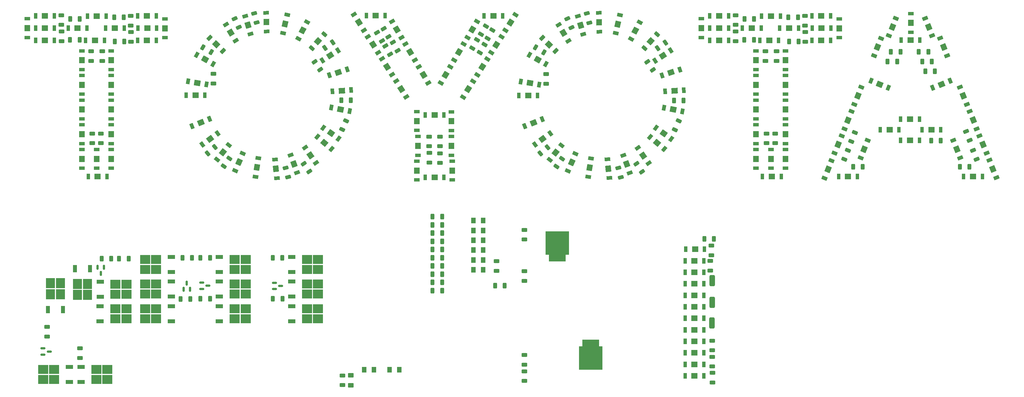
<source format=gbr>
%TF.GenerationSoftware,KiCad,Pcbnew,(6.0.0)*%
%TF.CreationDate,2022-05-14T17:25:00-07:00*%
%TF.ProjectId,Stencil,5374656e-6369-46c2-9e6b-696361645f70,rev?*%
%TF.SameCoordinates,Original*%
%TF.FileFunction,Paste,Top*%
%TF.FilePolarity,Positive*%
%FSLAX46Y46*%
G04 Gerber Fmt 4.6, Leading zero omitted, Abs format (unit mm)*
G04 Created by KiCad (PCBNEW (6.0.0)) date 2022-05-14 17:25:00*
%MOMM*%
%LPD*%
G01*
G04 APERTURE LIST*
G04 Aperture macros list*
%AMRoundRect*
0 Rectangle with rounded corners*
0 $1 Rounding radius*
0 $2 $3 $4 $5 $6 $7 $8 $9 X,Y pos of 4 corners*
0 Add a 4 corners polygon primitive as box body*
4,1,4,$2,$3,$4,$5,$6,$7,$8,$9,$2,$3,0*
0 Add four circle primitives for the rounded corners*
1,1,$1+$1,$2,$3*
1,1,$1+$1,$4,$5*
1,1,$1+$1,$6,$7*
1,1,$1+$1,$8,$9*
0 Add four rect primitives between the rounded corners*
20,1,$1+$1,$2,$3,$4,$5,0*
20,1,$1+$1,$4,$5,$6,$7,0*
20,1,$1+$1,$6,$7,$8,$9,0*
20,1,$1+$1,$8,$9,$2,$3,0*%
%AMRotRect*
0 Rectangle, with rotation*
0 The origin of the aperture is its center*
0 $1 length*
0 $2 width*
0 $3 Rotation angle, in degrees counterclockwise*
0 Add horizontal line*
21,1,$1,$2,0,0,$3*%
%AMFreePoly0*
4,1,21,3.042426,3.042426,3.060000,3.000000,3.060000,-4.000000,3.042426,-4.042426,3.000000,-4.060000,2.060000,-4.060000,2.060000,-6.000000,2.042426,-6.042426,2.000000,-6.060000,-3.000000,-6.060000,-3.042426,-6.042426,-3.060000,-6.000000,-3.060000,-4.060000,-4.000000,-4.060000,-4.042426,-4.042426,-4.060000,-4.000000,-4.060000,3.000000,-4.042426,3.042426,-4.000000,3.060000,3.000000,3.060000,
3.042426,3.042426,3.042426,3.042426,$1*%
G04 Aperture macros list end*
%ADD10RoundRect,0.150000X-0.587500X-0.150000X0.587500X-0.150000X0.587500X0.150000X-0.587500X0.150000X0*%
%ADD11RotRect,1.900000X1.700000X168.900000*%
%ADD12RotRect,1.100000X1.700000X168.900000*%
%ADD13RoundRect,0.250000X-0.625000X0.312500X-0.625000X-0.312500X0.625000X-0.312500X0.625000X0.312500X0*%
%ADD14FreePoly0,0.000000*%
%ADD15RotRect,1.900000X1.700000X242.400000*%
%ADD16RotRect,1.100000X1.700000X242.400000*%
%ADD17R,3.050000X2.750000*%
%ADD18R,2.200000X1.200000*%
%ADD19R,1.900000X1.700000*%
%ADD20R,1.100000X1.700000*%
%ADD21RotRect,1.900000X1.700000X183.600000*%
%ADD22RotRect,1.100000X1.700000X183.600000*%
%ADD23RoundRect,0.425000X0.425000X-1.275000X0.425000X1.275000X-0.425000X1.275000X-0.425000X-1.275000X0*%
%ADD24RoundRect,0.250000X-0.312500X-0.625000X0.312500X-0.625000X0.312500X0.625000X-0.312500X0.625000X0*%
%ADD25RotRect,1.900000X1.700000X248.000000*%
%ADD26RotRect,1.100000X1.700000X248.000000*%
%ADD27RoundRect,0.250000X-0.583133X-0.385016X-0.041867X-0.697516X0.583133X0.385016X0.041867X0.697516X0*%
%ADD28R,1.700000X1.900000*%
%ADD29R,1.700000X1.100000*%
%ADD30RotRect,1.900000X1.700000X144.200000*%
%ADD31RotRect,1.100000X1.700000X144.200000*%
%ADD32RotRect,1.900000X1.700000X59.500000*%
%ADD33RotRect,1.100000X1.700000X59.500000*%
%ADD34RotRect,1.900000X1.700000X315.900000*%
%ADD35RotRect,1.100000X1.700000X315.900000*%
%ADD36RoundRect,0.250000X0.312500X0.625000X-0.312500X0.625000X-0.312500X-0.625000X0.312500X-0.625000X0*%
%ADD37RotRect,1.900000X1.700000X122.500000*%
%ADD38RotRect,1.100000X1.700000X122.500000*%
%ADD39RoundRect,0.250000X0.625000X-0.312500X0.625000X0.312500X-0.625000X0.312500X-0.625000X-0.312500X0*%
%ADD40RoundRect,0.250000X-0.379912X0.586471X-0.697124X0.047952X0.379912X-0.586471X0.697124X-0.047952X0*%
%ADD41RotRect,1.900000X1.700000X66.000000*%
%ADD42RotRect,1.100000X1.700000X66.000000*%
%ADD43RotRect,1.900000X1.700000X158.000000*%
%ADD44RotRect,1.100000X1.700000X158.000000*%
%ADD45RoundRect,0.250000X0.691213X0.102500X0.332727X0.614470X-0.691213X-0.102500X-0.332727X-0.614470X0*%
%ADD46FreePoly0,180.000000*%
%ADD47RotRect,1.900000X1.700000X124.800000*%
%ADD48RotRect,1.100000X1.700000X124.800000*%
%ADD49RoundRect,0.150000X-0.150000X0.587500X-0.150000X-0.587500X0.150000X-0.587500X0.150000X0.587500X0*%
%ADD50RotRect,1.900000X1.700000X198.300000*%
%ADD51RotRect,1.100000X1.700000X198.300000*%
%ADD52RotRect,1.900000X1.700000X95.400000*%
%ADD53RotRect,1.100000X1.700000X95.400000*%
%ADD54RotRect,1.900000X1.700000X110.100000*%
%ADD55RotRect,1.100000X1.700000X110.100000*%
%ADD56RoundRect,0.250000X-0.434374X0.547358X-0.698511X-0.019085X0.434374X-0.547358X0.698511X0.019085X0*%
%ADD57RoundRect,0.250000X-0.698511X0.019085X-0.434374X-0.547358X0.698511X-0.019085X0.434374X0.547358X0*%
%ADD58RoundRect,0.250000X0.379912X-0.586471X0.697124X-0.047952X-0.379912X0.586471X-0.697124X0.047952X0*%
%ADD59RoundRect,0.250001X0.462499X0.624999X-0.462499X0.624999X-0.462499X-0.624999X0.462499X-0.624999X0*%
%ADD60RoundRect,0.250000X0.462425X-0.523874X0.696554X0.055616X-0.462425X0.523874X-0.696554X-0.055616X0*%
%ADD61RotRect,1.900000X1.700000X112.000000*%
%ADD62RotRect,1.100000X1.700000X112.000000*%
%ADD63RotRect,1.900000X1.700000X51.300000*%
%ADD64RotRect,1.100000X1.700000X51.300000*%
%ADD65RotRect,1.900000X1.700000X271.800000*%
%ADD66RotRect,1.100000X1.700000X271.800000*%
%ADD67RotRect,1.900000X1.700000X301.200000*%
%ADD68RotRect,1.100000X1.700000X301.200000*%
%ADD69RoundRect,0.250000X-0.102500X0.691213X-0.614470X0.332727X0.102500X-0.691213X0.614470X-0.332727X0*%
%ADD70RoundRect,0.250000X0.684585X-0.140090X0.522823X0.463614X-0.684585X0.140090X-0.522823X-0.463614X0*%
%ADD71RoundRect,0.250000X-0.697124X-0.047952X-0.379912X-0.586471X0.697124X0.047952X0.379912X0.586471X0*%
%ADD72RotRect,1.900000X1.700000X292.000000*%
%ADD73RotRect,1.100000X1.700000X292.000000*%
%ADD74RotRect,1.900000X1.700000X257.100000*%
%ADD75RotRect,1.100000X1.700000X257.100000*%
%ADD76RotRect,1.900000X1.700000X36.600000*%
%ADD77RotRect,1.100000X1.700000X36.600000*%
%ADD78RotRect,1.900000X1.700000X330.600000*%
%ADD79RotRect,1.100000X1.700000X330.600000*%
%ADD80RotRect,1.900000X1.700000X120.500000*%
%ADD81RotRect,1.100000X1.700000X120.500000*%
%ADD82R,2.750000X3.050000*%
%ADD83R,1.200000X2.200000*%
%ADD84RoundRect,0.250000X0.162353X-0.679649X0.641131X-0.277907X-0.162353X0.679649X-0.641131X0.277907X0*%
%ADD85RotRect,1.900000X1.700000X57.500000*%
%ADD86RotRect,1.100000X1.700000X57.500000*%
%ADD87RoundRect,0.150000X0.150000X-0.587500X0.150000X0.587500X-0.150000X0.587500X-0.150000X-0.587500X0*%
%ADD88RotRect,1.900000X1.700000X350.300000*%
%ADD89RotRect,1.100000X1.700000X350.300000*%
%ADD90RoundRect,0.250000X-0.462425X0.523874X-0.696554X-0.055616X0.462425X-0.523874X0.696554X0.055616X0*%
%ADD91RotRect,1.900000X1.700000X213.000000*%
%ADD92RotRect,1.100000X1.700000X213.000000*%
%ADD93RotRect,1.900000X1.700000X286.500000*%
%ADD94RotRect,1.100000X1.700000X286.500000*%
%ADD95RoundRect,0.250000X-0.696554X0.055616X-0.462425X-0.523874X0.696554X-0.055616X0.462425X0.523874X0*%
%ADD96RotRect,1.900000X1.700000X21.900000*%
%ADD97RotRect,1.100000X1.700000X21.900000*%
%ADD98RoundRect,0.250000X0.697124X0.047952X0.379912X0.586471X-0.697124X-0.047952X-0.379912X-0.586471X0*%
%ADD99RotRect,1.900000X1.700000X80.700000*%
%ADD100RotRect,1.100000X1.700000X80.700000*%
%ADD101RotRect,1.900000X1.700000X68.000000*%
%ADD102RotRect,1.100000X1.700000X68.000000*%
%ADD103RoundRect,0.250000X0.332727X-0.614470X0.691213X-0.102500X-0.332727X0.614470X-0.691213X0.102500X0*%
%ADD104RotRect,1.900000X1.700000X227.700000*%
%ADD105RotRect,1.100000X1.700000X227.700000*%
%ADD106RotRect,1.900000X1.700000X22.000000*%
%ADD107RotRect,1.100000X1.700000X22.000000*%
%ADD108RoundRect,0.250000X0.696554X-0.055616X0.462425X0.523874X-0.696554X0.055616X-0.462425X-0.523874X0*%
%ADD109RoundRect,0.250000X-0.691213X-0.102500X-0.332727X-0.614470X0.691213X0.102500X0.332727X0.614470X0*%
%ADD110RoundRect,0.250001X-0.624999X0.462499X-0.624999X-0.462499X0.624999X-0.462499X0.624999X0.462499X0*%
%ADD111RotRect,1.900000X1.700000X139.500000*%
%ADD112RotRect,1.100000X1.700000X139.500000*%
G04 APERTURE END LIST*
D10*
%TO.C,Q4*%
X31672500Y-132342976D03*
X31672500Y-134242976D03*
X33547500Y-133292976D03*
%TD*%
D11*
%TO.C,D43*%
X122093762Y-59626590D03*
D12*
X124890446Y-60175278D03*
X119297078Y-59077902D03*
%TD*%
D13*
%TO.C,R43*%
X184570000Y-48907500D03*
X184570000Y-51832500D03*
%TD*%
D14*
%TO.C,Q41*%
X188460000Y-99792976D03*
%TD*%
D13*
%TO.C,R29*%
X149030000Y-72900476D03*
X149030000Y-75825476D03*
%TD*%
D15*
%TO.C,D77*%
X211658337Y-35681970D03*
D16*
X212978731Y-33156290D03*
X210337943Y-38207650D03*
%TD*%
D17*
%TO.C,Q3*%
X51235000Y-141817976D03*
X47885000Y-138767976D03*
X51235000Y-138767976D03*
X47885000Y-141817976D03*
D18*
X43260000Y-138012976D03*
X43260000Y-142572976D03*
%TD*%
D19*
%TO.C,D73*%
X179100000Y-55400000D03*
D20*
X181950000Y-55400000D03*
X176250000Y-55400000D03*
%TD*%
D13*
%TO.C,R73*%
X235060000Y-139750476D03*
X235060000Y-142675476D03*
%TD*%
%TO.C,R5*%
X46280000Y-42000476D03*
X46280000Y-44925476D03*
%TD*%
D19*
%TO.C,D152*%
X229610000Y-137192976D03*
D20*
X232460000Y-137192976D03*
X226760000Y-137192976D03*
%TD*%
D21*
%TO.C,D79*%
X223556095Y-54002911D03*
D22*
X226400471Y-53823958D03*
X220711719Y-54181864D03*
%TD*%
D23*
%TO.C,amb-*%
X234960000Y-124617976D03*
%TD*%
D24*
%TO.C,R138*%
X101517500Y-117272976D03*
X104442500Y-117272976D03*
%TD*%
D25*
%TO.C,D141*%
X281192371Y-71735450D03*
D26*
X282260000Y-69092976D03*
X280124742Y-74377924D03*
%TD*%
D24*
%TO.C,R100*%
X150017500Y-114772976D03*
X152942500Y-114772976D03*
%TD*%
D27*
%TO.C,R13*%
X80220758Y-40754405D03*
X82753883Y-42216905D03*
%TD*%
D28*
%TO.C,D12*%
X52360000Y-52192976D03*
D29*
X52360000Y-55042976D03*
X52360000Y-49342976D03*
%TD*%
D19*
%TO.C,D112*%
X268135000Y-31192976D03*
D20*
X265285000Y-31192976D03*
X270985000Y-31192976D03*
%TD*%
D25*
%TO.C,D136*%
X276266295Y-62927917D03*
D26*
X277333924Y-60285443D03*
X275198666Y-65570391D03*
%TD*%
D30*
%TO.C,D32*%
X119160000Y-66892976D03*
D31*
X121471532Y-68560105D03*
X116848468Y-65225847D03*
%TD*%
D32*
%TO.C,D56*%
X162077098Y-35351267D03*
D33*
X160630614Y-37806910D03*
X163523582Y-32895624D03*
%TD*%
D34*
%TO.C,D86*%
X185371690Y-39915940D03*
D35*
X183325030Y-37932589D03*
X187418350Y-41899291D03*
%TD*%
D36*
%TO.C,R129*%
X82402500Y-104812976D03*
X79477500Y-104812976D03*
%TD*%
D28*
%TO.C,D20*%
X43460000Y-74692976D03*
D29*
X43460000Y-71842976D03*
X43460000Y-77542976D03*
%TD*%
D36*
%TO.C,R46*%
X226292500Y-56920000D03*
X223367500Y-56920000D03*
%TD*%
D37*
%TO.C,D62*%
X140527093Y-53436442D03*
D38*
X142058397Y-55840108D03*
X138995789Y-51032776D03*
%TD*%
D39*
%TO.C,R50*%
X263215000Y-34135476D03*
X263215000Y-31210476D03*
%TD*%
D19*
%TO.C,D111*%
X268135000Y-38692976D03*
D20*
X270985000Y-38692976D03*
X265285000Y-38692976D03*
%TD*%
D40*
%TO.C,R33*%
X165860000Y-39892976D03*
X164375450Y-42413241D03*
%TD*%
D19*
%TO.C,D113*%
X247035000Y-34892976D03*
D20*
X249885000Y-34892976D03*
X244185000Y-34892976D03*
%TD*%
D27*
%TO.C,R37*%
X181310758Y-40811429D03*
X183843883Y-42273929D03*
%TD*%
D41*
%TO.C,D35*%
X91210110Y-75669362D03*
D42*
X90050911Y-78272967D03*
X92369309Y-73065757D03*
%TD*%
D28*
%TO.C,D132*%
X295360000Y-33342976D03*
D29*
X295360000Y-36192976D03*
X295360000Y-30492976D03*
%TD*%
D43*
%TO.C,D134*%
X285911845Y-52025347D03*
D44*
X288554319Y-53092976D03*
X283269371Y-50957718D03*
%TD*%
D45*
%TO.C,R47*%
X213661001Y-78593098D03*
X211983290Y-76197079D03*
%TD*%
D46*
%TO.C,Q42*%
X197560000Y-135792976D03*
%TD*%
D47*
%TO.C,D81*%
X214048377Y-73670570D03*
D48*
X215674911Y-76010845D03*
X212421843Y-71330295D03*
%TD*%
D25*
%TO.C,D135*%
X270216398Y-77901937D03*
D26*
X271284027Y-75259463D03*
X269148769Y-80544411D03*
%TD*%
D24*
%TO.C,R69*%
X298817500Y-45092976D03*
X301742500Y-45092976D03*
%TD*%
D13*
%TO.C,R58*%
X254155000Y-67000476D03*
X254155000Y-69925476D03*
%TD*%
D39*
%TO.C,R74*%
X235020000Y-132935476D03*
X235020000Y-130010476D03*
%TD*%
D49*
%TO.C,Q24*%
X50160000Y-107655476D03*
X48260000Y-107655476D03*
X49210000Y-109530476D03*
%TD*%
D21*
%TO.C,D31*%
X122466095Y-53945887D03*
D22*
X125310471Y-53766934D03*
X119621719Y-54124840D03*
%TD*%
D50*
%TO.C,D90*%
X222474717Y-48413668D03*
D51*
X225180580Y-47518790D03*
X219768854Y-49308546D03*
%TD*%
D24*
%TO.C,R131*%
X150017500Y-112272976D03*
X152942500Y-112272976D03*
%TD*%
D52*
%TO.C,D34*%
X102460000Y-77692976D03*
D53*
X102728209Y-80530328D03*
X102191791Y-74855624D03*
%TD*%
D13*
%TO.C,R56*%
X263255000Y-36150476D03*
X263255000Y-39075476D03*
%TD*%
D54*
%TO.C,D93*%
X208996428Y-76294847D03*
D55*
X209975858Y-78971266D03*
X208016998Y-73618428D03*
%TD*%
D56*
%TO.C,R40*%
X224877753Y-63151103D03*
X223641595Y-65802054D03*
%TD*%
D24*
%TO.C,R139*%
X169017500Y-113272976D03*
X171942500Y-113272976D03*
%TD*%
D57*
%TO.C,R44*%
X191008499Y-32084199D03*
X192244658Y-34735149D03*
%TD*%
D19*
%TO.C,D14*%
X32260000Y-31192976D03*
D20*
X35110000Y-31192976D03*
X29410000Y-31192976D03*
%TD*%
D58*
%TO.C,R27*%
X166760643Y-38075725D03*
X168245193Y-35555460D03*
%TD*%
D59*
%TO.C,D208*%
X165435000Y-99452976D03*
X162460000Y-99452976D03*
%TD*%
D60*
%TO.C,R68*%
X277260000Y-69422947D03*
X278355725Y-66710934D03*
%TD*%
D61*
%TO.C,D127*%
X317311893Y-70322804D03*
D62*
X318379522Y-72965278D03*
X316244264Y-67680330D03*
%TD*%
D24*
%TO.C,R49*%
X244792500Y-32172976D03*
X247717500Y-32172976D03*
%TD*%
D17*
%TO.C,Q31*%
X66035000Y-123317976D03*
X66035000Y-120267976D03*
X62685000Y-120267976D03*
X62685000Y-123317976D03*
D18*
X70660000Y-124072976D03*
X70660000Y-119512976D03*
%TD*%
D63*
%TO.C,D47*%
X86348351Y-72707553D03*
D64*
X84566409Y-74931780D03*
X88130293Y-70483326D03*
%TD*%
D65*
%TO.C,D28*%
X99561111Y-33103955D03*
D66*
X99471590Y-30255361D03*
X99650632Y-35952549D03*
%TD*%
D25*
%TO.C,D123*%
X273269442Y-70345388D03*
D26*
X274337071Y-67702914D03*
X272201813Y-72987862D03*
%TD*%
D13*
%TO.C,R55*%
X242155000Y-35950476D03*
X242155000Y-38875476D03*
%TD*%
D39*
%TO.C,R143*%
X177960000Y-99217976D03*
X177960000Y-96292976D03*
%TD*%
D67*
%TO.C,D27*%
X88733899Y-36311121D03*
D68*
X87257522Y-33873333D03*
X90210276Y-38748909D03*
%TD*%
D19*
%TO.C,D17*%
X42160000Y-34892976D03*
D20*
X45010000Y-34892976D03*
X39310000Y-34892976D03*
%TD*%
D19*
%TO.C,D7*%
X48260000Y-80092976D03*
D20*
X45410000Y-80092976D03*
X51110000Y-80092976D03*
%TD*%
D32*
%TO.C,D68*%
X158016791Y-42244300D03*
D33*
X156570307Y-44699943D03*
X159463275Y-39788657D03*
%TD*%
D67*
%TO.C,D75*%
X189823899Y-36368145D03*
D68*
X188347522Y-33930357D03*
X191300276Y-38805933D03*
%TD*%
D15*
%TO.C,D29*%
X110568337Y-35624946D03*
D16*
X111888731Y-33099266D03*
X109247943Y-38150626D03*
%TD*%
D69*
%TO.C,R45*%
X220793098Y-39338999D03*
X218397079Y-41016710D03*
%TD*%
D56*
%TO.C,R16*%
X123787753Y-63094079D03*
X122551595Y-65745030D03*
%TD*%
D13*
%TO.C,R19*%
X83480000Y-48850476D03*
X83480000Y-51775476D03*
%TD*%
D28*
%TO.C,D8*%
X48010000Y-74692976D03*
D29*
X48010000Y-77542976D03*
X48010000Y-71842976D03*
%TD*%
D36*
%TO.C,R11*%
X42802500Y-38512976D03*
X39877500Y-38512976D03*
%TD*%
D70*
%TO.C,R17*%
X106114028Y-80241500D03*
X105356982Y-77416167D03*
%TD*%
D13*
%TO.C,R4*%
X46605000Y-67000476D03*
X46605000Y-69925476D03*
%TD*%
D28*
%TO.C,D99*%
X273635000Y-34992976D03*
D29*
X273635000Y-32142976D03*
X273635000Y-37842976D03*
%TD*%
D13*
%TO.C,R7*%
X37280000Y-35950476D03*
X37280000Y-38875476D03*
%TD*%
D19*
%TO.C,D63*%
X132760000Y-31092976D03*
D20*
X135610000Y-31092976D03*
X129910000Y-31092976D03*
%TD*%
D28*
%TO.C,D119*%
X257235000Y-44692976D03*
D29*
X257235000Y-47542976D03*
X257235000Y-41842976D03*
%TD*%
D19*
%TO.C,D101*%
X252885000Y-31292976D03*
D20*
X250035000Y-31292976D03*
X255735000Y-31292976D03*
%TD*%
D11*
%TO.C,D91*%
X223183762Y-59683614D03*
D12*
X225980446Y-60232302D03*
X220387078Y-59134926D03*
%TD*%
D71*
%TO.C,R31*%
X135660000Y-40392976D03*
X137144550Y-42913241D03*
%TD*%
D28*
%TO.C,D106*%
X248335000Y-52192976D03*
D29*
X248335000Y-55042976D03*
X248335000Y-49342976D03*
%TD*%
D24*
%TO.C,R119*%
X150017500Y-92272976D03*
X152942500Y-92272976D03*
%TD*%
%TO.C,R123*%
X74017500Y-104772976D03*
X76942500Y-104772976D03*
%TD*%
D72*
%TO.C,D140*%
X314315040Y-62905333D03*
D73*
X313247411Y-60262859D03*
X315382669Y-65547807D03*
%TD*%
D36*
%TO.C,R65*%
X304452500Y-69112976D03*
X301527500Y-69112976D03*
%TD*%
D17*
%TO.C,Q39*%
X111885000Y-123317976D03*
X115235000Y-123317976D03*
X111885000Y-120267976D03*
X115235000Y-120267976D03*
D18*
X107260000Y-119512976D03*
X107260000Y-124072976D03*
%TD*%
D74*
%TO.C,D88*%
X206317315Y-33711563D03*
D75*
X206953578Y-30933494D03*
X205681052Y-36489632D03*
%TD*%
D59*
%TO.C,D209*%
X165435000Y-102452976D03*
X162460000Y-102452976D03*
%TD*%
D76*
%TO.C,D36*%
X82397311Y-68608979D03*
D77*
X80109281Y-70308220D03*
X84685341Y-66909738D03*
%TD*%
D36*
%TO.C,R67*%
X292202500Y-42112976D03*
X289277500Y-42112976D03*
%TD*%
D28*
%TO.C,D115*%
X257235000Y-74692976D03*
D29*
X257235000Y-77542976D03*
X257235000Y-71842976D03*
%TD*%
D28*
%TO.C,D60*%
X156010000Y-78242976D03*
D29*
X156010000Y-75392976D03*
X156010000Y-81092976D03*
%TD*%
D19*
%TO.C,D148*%
X229610000Y-126692976D03*
D20*
X226760000Y-126692976D03*
X232460000Y-126692976D03*
%TD*%
D70*
%TO.C,R41*%
X207204028Y-80298524D03*
X206446982Y-77473191D03*
%TD*%
D39*
%TO.C,R124*%
X122690000Y-143485476D03*
X122690000Y-140560476D03*
%TD*%
D19*
%TO.C,D110*%
X237135000Y-31192976D03*
D20*
X239985000Y-31192976D03*
X234285000Y-31192976D03*
%TD*%
D28*
%TO.C,D105*%
X248335000Y-67192976D03*
D29*
X248335000Y-70042976D03*
X248335000Y-64342976D03*
%TD*%
D17*
%TO.C,Q20*%
X53685000Y-112792976D03*
X53685000Y-115842976D03*
X57035000Y-112792976D03*
X57035000Y-115842976D03*
D18*
X49060000Y-112037976D03*
X49060000Y-116597976D03*
%TD*%
D19*
%TO.C,D2*%
X32260000Y-34942976D03*
D20*
X29410000Y-34942976D03*
X35110000Y-34942976D03*
%TD*%
D59*
%TO.C,D214*%
X139947500Y-138792976D03*
X136972500Y-138792976D03*
%TD*%
D72*
%TO.C,D139*%
X320308746Y-77740275D03*
D73*
X319241117Y-75097801D03*
X321376375Y-80382749D03*
%TD*%
D19*
%TO.C,D5*%
X48010000Y-31292976D03*
D20*
X45160000Y-31292976D03*
X50860000Y-31292976D03*
%TD*%
D28*
%TO.C,D22*%
X43460000Y-59692976D03*
D29*
X43460000Y-62542976D03*
X43460000Y-56842976D03*
%TD*%
D78*
%TO.C,D26*%
X80875493Y-44420367D03*
D79*
X78392534Y-43021291D03*
X83358452Y-45819443D03*
%TD*%
D28*
%TO.C,D24*%
X52360000Y-59692976D03*
D29*
X52360000Y-62542976D03*
X52360000Y-56842976D03*
%TD*%
D13*
%TO.C,R76*%
X235030000Y-134892976D03*
X235030000Y-137817976D03*
%TD*%
D24*
%TO.C,R112*%
X150017500Y-94772976D03*
X152942500Y-94772976D03*
%TD*%
D39*
%TO.C,R30*%
X152260000Y-70842976D03*
X152260000Y-67917976D03*
%TD*%
D80*
%TO.C,D64*%
X143253209Y-42244299D03*
D81*
X144699693Y-44699942D03*
X141806725Y-39788656D03*
%TD*%
D82*
%TO.C,Q2*%
X33935000Y-115867976D03*
X36985000Y-112517976D03*
X36985000Y-115867976D03*
X33935000Y-112517976D03*
D83*
X33180000Y-120492976D03*
X37740000Y-120492976D03*
%TD*%
D24*
%TO.C,R1*%
X39917500Y-32172976D03*
X42842500Y-32172976D03*
%TD*%
D39*
%TO.C,R97*%
X42940000Y-135235476D03*
X42940000Y-132310476D03*
%TD*%
D28*
%TO.C,D108*%
X257235000Y-52192976D03*
D29*
X257235000Y-55042976D03*
X257235000Y-49342976D03*
%TD*%
D24*
%TO.C,R104*%
X150017500Y-99772976D03*
X152942500Y-99772976D03*
%TD*%
D28*
%TO.C,D21*%
X43460000Y-44692976D03*
D29*
X43460000Y-47542976D03*
X43460000Y-41842976D03*
%TD*%
D24*
%TO.C,R128*%
X150017500Y-109772976D03*
X152942500Y-109772976D03*
%TD*%
D36*
%TO.C,R6*%
X56402500Y-39012976D03*
X53477500Y-39012976D03*
%TD*%
D84*
%TO.C,R42*%
X182732125Y-73061900D03*
X184972805Y-71181746D03*
%TD*%
D52*
%TO.C,D82*%
X203460000Y-77667976D03*
D53*
X203728209Y-80505328D03*
X203191791Y-74830624D03*
%TD*%
D28*
%TO.C,D117*%
X248335000Y-44692976D03*
D29*
X248335000Y-47542976D03*
X248335000Y-41842976D03*
%TD*%
D28*
%TO.C,D19*%
X52360000Y-74692976D03*
D29*
X52360000Y-77542976D03*
X52360000Y-71842976D03*
%TD*%
D19*
%TO.C,D13*%
X32260000Y-38692976D03*
D20*
X29410000Y-38692976D03*
X35110000Y-38692976D03*
%TD*%
D80*
%TO.C,D52*%
X139192902Y-35351266D03*
D81*
X140639386Y-37806909D03*
X137746418Y-32895623D03*
%TD*%
D36*
%TO.C,R51*%
X261077500Y-31612976D03*
X258152500Y-31612976D03*
%TD*%
D58*
%TO.C,R28*%
X164760643Y-36825725D03*
X166245193Y-34305460D03*
%TD*%
D13*
%TO.C,R75*%
X234780000Y-101067976D03*
X234780000Y-103992976D03*
%TD*%
D61*
%TO.C,D126*%
X305324482Y-40652920D03*
D62*
X306392111Y-43295394D03*
X304256853Y-38010446D03*
%TD*%
D85*
%TO.C,D65*%
X169430299Y-39993773D03*
D86*
X167898995Y-42397439D03*
X170961603Y-37590107D03*
%TD*%
D57*
%TO.C,R20*%
X89918499Y-32027175D03*
X91154658Y-34678125D03*
%TD*%
D28*
%TO.C,D57*%
X145260000Y-63182976D03*
D29*
X145260000Y-60332976D03*
X145260000Y-66032976D03*
%TD*%
D17*
%TO.C,Q35*%
X89885000Y-123317976D03*
X93235000Y-123317976D03*
X89885000Y-120267976D03*
X93235000Y-120267976D03*
D18*
X85260000Y-119512976D03*
X85260000Y-124072976D03*
%TD*%
D87*
%TO.C,Q32*%
X74410000Y-114380476D03*
X76310000Y-114380476D03*
X75360000Y-112505476D03*
%TD*%
D59*
%TO.C,D210*%
X165435000Y-105452976D03*
X162460000Y-105452976D03*
%TD*%
D88*
%TO.C,D37*%
X78560000Y-51592976D03*
D89*
X75750745Y-51112781D03*
X81369255Y-52073171D03*
%TD*%
D10*
%TO.C,Q36*%
X79922500Y-112342976D03*
X79922500Y-114242976D03*
X81797500Y-113292976D03*
%TD*%
D85*
%TO.C,D54*%
X173728696Y-33246642D03*
D86*
X172197392Y-35650308D03*
X175260000Y-30842976D03*
%TD*%
D90*
%TO.C,R62*%
X276260000Y-72092976D03*
X275164275Y-74804989D03*
%TD*%
D19*
%TO.C,D153*%
X229610000Y-116192976D03*
D20*
X226760000Y-116192976D03*
X232460000Y-116192976D03*
%TD*%
D45*
%TO.C,R23*%
X112571001Y-78536074D03*
X110893290Y-76140055D03*
%TD*%
D91*
%TO.C,D30*%
X118920420Y-43224757D03*
D92*
X121310631Y-41672536D03*
X116530209Y-44776978D03*
%TD*%
D39*
%TO.C,R9*%
X37240000Y-33935476D03*
X37240000Y-31010476D03*
%TD*%
D13*
%TO.C,R52*%
X251480000Y-67000476D03*
X251480000Y-69925476D03*
%TD*%
D24*
%TO.C,R115*%
X54767500Y-105022976D03*
X57692500Y-105022976D03*
%TD*%
D17*
%TO.C,Q37*%
X111885000Y-108317976D03*
X115235000Y-105267976D03*
X115235000Y-108317976D03*
X111885000Y-105267976D03*
D18*
X107260000Y-104512976D03*
X107260000Y-109072976D03*
%TD*%
D28*
%TO.C,D11*%
X52360000Y-67192976D03*
D29*
X52360000Y-70042976D03*
X52360000Y-64342976D03*
%TD*%
D28*
%TO.C,D59*%
X155760000Y-63242976D03*
D29*
X155760000Y-60392976D03*
X155760000Y-66092976D03*
%TD*%
D82*
%TO.C,Q23*%
X45210000Y-116067976D03*
X42160000Y-116067976D03*
X45210000Y-112717976D03*
X42160000Y-112717976D03*
D83*
X45965000Y-108092976D03*
X41405000Y-108092976D03*
%TD*%
D19*
%TO.C,D149*%
X229610000Y-112692976D03*
D20*
X232460000Y-112692976D03*
X226760000Y-112692976D03*
%TD*%
D28*
%TO.C,D58*%
X145260000Y-78242976D03*
D29*
X145260000Y-75392976D03*
X145260000Y-81092976D03*
%TD*%
D93*
%TO.C,D39*%
X93940659Y-34009237D03*
D94*
X93131215Y-31276601D03*
X94750103Y-36741873D03*
%TD*%
D19*
%TO.C,D4*%
X63360000Y-34942976D03*
D20*
X66210000Y-34942976D03*
X60510000Y-34942976D03*
%TD*%
D23*
%TO.C,7V+*%
X234995480Y-118302976D03*
%TD*%
D19*
%TO.C,D114*%
X258385000Y-34892976D03*
D20*
X261235000Y-34892976D03*
X255535000Y-34892976D03*
%TD*%
D24*
%TO.C,R126*%
X150017500Y-104772976D03*
X152942500Y-104772976D03*
%TD*%
D19*
%TO.C,D151*%
X229610000Y-130192976D03*
D20*
X226760000Y-130192976D03*
X232460000Y-130192976D03*
%TD*%
D19*
%TO.C,D98*%
X237135000Y-34942976D03*
D20*
X234285000Y-34942976D03*
X239985000Y-34942976D03*
%TD*%
D28*
%TO.C,D120*%
X257235000Y-59692976D03*
D29*
X257235000Y-62542976D03*
X257235000Y-56842976D03*
%TD*%
D19*
%TO.C,D144*%
X295110000Y-69092976D03*
D20*
X292260000Y-69092976D03*
X297960000Y-69092976D03*
%TD*%
D59*
%TO.C,D207*%
X165435000Y-96452976D03*
X162460000Y-96452976D03*
%TD*%
D19*
%TO.C,D103*%
X253135000Y-80092976D03*
D20*
X250285000Y-80092976D03*
X255985000Y-80092976D03*
%TD*%
D65*
%TO.C,D76*%
X200651111Y-33160979D03*
D66*
X200561590Y-30312385D03*
X200740632Y-36009573D03*
%TD*%
D36*
%TO.C,R125*%
X76402500Y-117312976D03*
X73477500Y-117312976D03*
%TD*%
D70*
%TO.C,R14*%
X96614028Y-33241500D03*
X95856982Y-30416167D03*
%TD*%
D59*
%TO.C,D211*%
X165435000Y-108452976D03*
X162460000Y-108452976D03*
%TD*%
D13*
%TO.C,R77*%
X234380000Y-105750476D03*
X234380000Y-108675476D03*
%TD*%
D19*
%TO.C,D145*%
X229610000Y-140692976D03*
D20*
X232460000Y-140692976D03*
X226760000Y-140692976D03*
%TD*%
D19*
%TO.C,D128*%
X314260000Y-80092976D03*
D20*
X317110000Y-80092976D03*
X311410000Y-80092976D03*
%TD*%
D19*
%TO.C,D72*%
X150660000Y-61342976D03*
D20*
X147810000Y-61342976D03*
X153510000Y-61342976D03*
%TD*%
D30*
%TO.C,D80*%
X220250000Y-66950000D03*
D31*
X222561532Y-68617129D03*
X217938468Y-65282871D03*
%TD*%
D19*
%TO.C,D69*%
X150660000Y-80342976D03*
D20*
X147810000Y-80342976D03*
X153510000Y-80342976D03*
%TD*%
D19*
%TO.C,D6*%
X47460000Y-38692976D03*
D20*
X50310000Y-38692976D03*
X44610000Y-38692976D03*
%TD*%
D84*
%TO.C,R18*%
X81642125Y-73004876D03*
X83882805Y-71124722D03*
%TD*%
D32*
%TO.C,D55*%
X153956484Y-49137333D03*
D33*
X152510000Y-51592976D03*
X155402968Y-46681690D03*
%TD*%
D17*
%TO.C,Q34*%
X89885000Y-115817976D03*
X93235000Y-115817976D03*
X89885000Y-112767976D03*
X93235000Y-112767976D03*
D18*
X85260000Y-112012976D03*
X85260000Y-116572976D03*
%TD*%
D19*
%TO.C,D155*%
X229810000Y-102192976D03*
D20*
X226960000Y-102192976D03*
X232660000Y-102192976D03*
%TD*%
D50*
%TO.C,D42*%
X121384717Y-48356644D03*
D51*
X124090580Y-47461766D03*
X118678854Y-49251522D03*
%TD*%
D95*
%TO.C,R64*%
X314260000Y-72092976D03*
X315355724Y-74804989D03*
%TD*%
D24*
%TO.C,R120*%
X150017500Y-102272976D03*
X152942500Y-102272976D03*
%TD*%
D39*
%TO.C,R142*%
X169440000Y-108735476D03*
X169440000Y-105810476D03*
%TD*%
D19*
%TO.C,D109*%
X237135000Y-38692976D03*
D20*
X234285000Y-38692976D03*
X239985000Y-38692976D03*
%TD*%
D28*
%TO.C,D1*%
X26860000Y-34942976D03*
D29*
X26860000Y-32092976D03*
X26860000Y-37792976D03*
%TD*%
D17*
%TO.C,Q38*%
X111885000Y-112767976D03*
X111885000Y-115817976D03*
X115235000Y-112767976D03*
X115235000Y-115817976D03*
D18*
X107260000Y-112012976D03*
X107260000Y-116572976D03*
%TD*%
D96*
%TO.C,D48*%
X79615643Y-63641954D03*
D97*
X76971310Y-64704969D03*
X82259976Y-62578939D03*
%TD*%
D28*
%TO.C,D104*%
X252885000Y-74692976D03*
D29*
X252885000Y-77542976D03*
X252885000Y-71842976D03*
%TD*%
D85*
%TO.C,D53*%
X165131902Y-46740905D03*
D86*
X163600598Y-49144571D03*
X166663206Y-44337239D03*
%TD*%
D19*
%TO.C,D15*%
X63260000Y-38692976D03*
D20*
X66110000Y-38692976D03*
X60410000Y-38692976D03*
%TD*%
D98*
%TO.C,R32*%
X134660000Y-38792976D03*
X133175450Y-36272711D03*
%TD*%
%TO.C,R25*%
X136660000Y-37592976D03*
X135175450Y-35072711D03*
%TD*%
D28*
%TO.C,D10*%
X43460000Y-52192976D03*
D29*
X43460000Y-55042976D03*
X43460000Y-49342976D03*
%TD*%
D40*
%TO.C,R34*%
X163560000Y-38492976D03*
X162075450Y-41013241D03*
%TD*%
D28*
%TO.C,D97*%
X231735000Y-34942976D03*
D29*
X231735000Y-32092976D03*
X231735000Y-37792976D03*
%TD*%
D28*
%TO.C,D116*%
X248335000Y-74692976D03*
D29*
X248335000Y-71842976D03*
X248335000Y-77542976D03*
%TD*%
D99*
%TO.C,D94*%
X197754315Y-77357540D03*
D100*
X197293744Y-80170079D03*
X198214886Y-74545001D03*
%TD*%
D13*
%TO.C,R10*%
X49280000Y-67000476D03*
X49280000Y-69925476D03*
%TD*%
D47*
%TO.C,D33*%
X112958377Y-73613546D03*
D48*
X114584911Y-75953821D03*
X111331843Y-71273271D03*
%TD*%
D19*
%TO.C,D154*%
X229610000Y-123192976D03*
D20*
X232460000Y-123192976D03*
X226760000Y-123192976D03*
%TD*%
D101*
%TO.C,D121*%
X279263147Y-55510447D03*
D102*
X278195518Y-58152921D03*
X280330776Y-52867973D03*
%TD*%
D24*
%TO.C,R130*%
X79517500Y-117272976D03*
X82442500Y-117272976D03*
%TD*%
D19*
%TO.C,D147*%
X229610000Y-119692976D03*
D20*
X232460000Y-119692976D03*
X226760000Y-119692976D03*
%TD*%
D72*
%TO.C,D143*%
X309327629Y-71735450D03*
D73*
X308260000Y-69092976D03*
X310395258Y-74377924D03*
%TD*%
D36*
%TO.C,R78*%
X235552500Y-99021155D03*
X232627500Y-99021155D03*
%TD*%
D24*
%TO.C,R117*%
X49467500Y-105022976D03*
X52392500Y-105022976D03*
%TD*%
D28*
%TO.C,D23*%
X52360000Y-44692976D03*
D29*
X52360000Y-47542976D03*
X52360000Y-41842976D03*
%TD*%
D37*
%TO.C,D61*%
X131930299Y-39942178D03*
D38*
X133461603Y-42345844D03*
X130398995Y-37538512D03*
%TD*%
D103*
%TO.C,R24*%
X86616233Y-76963131D03*
X88293944Y-74567112D03*
%TD*%
D88*
%TO.C,D85*%
X179650000Y-51650000D03*
D89*
X176840745Y-51169805D03*
X182459255Y-52130195D03*
%TD*%
D96*
%TO.C,D96*%
X180705643Y-63698978D03*
D97*
X178061310Y-64761993D03*
X183349976Y-62635963D03*
%TD*%
D39*
%TO.C,R57*%
X242115000Y-33935476D03*
X242115000Y-31010476D03*
%TD*%
D28*
%TO.C,D71*%
X155760000Y-70742976D03*
D29*
X155760000Y-67892976D03*
X155760000Y-73592976D03*
%TD*%
D17*
%TO.C,Q33*%
X93235000Y-105267976D03*
X89885000Y-105267976D03*
X89885000Y-108317976D03*
X93235000Y-108317976D03*
D18*
X85260000Y-104512976D03*
X85260000Y-109072976D03*
%TD*%
D101*
%TO.C,D122*%
X285256853Y-40675505D03*
D102*
X284189224Y-43317979D03*
X286324482Y-38033031D03*
%TD*%
D36*
%TO.C,R3*%
X56202500Y-31612976D03*
X53277500Y-31612976D03*
%TD*%
D24*
%TO.C,R127*%
X150017500Y-107272976D03*
X152942500Y-107272976D03*
%TD*%
D19*
%TO.C,D156*%
X229610000Y-109192976D03*
D20*
X232460000Y-109192976D03*
X226760000Y-109192976D03*
%TD*%
D104*
%TO.C,D89*%
X216324528Y-38943208D03*
D105*
X218242614Y-36835259D03*
X214406442Y-41051157D03*
%TD*%
D23*
%TO.C,wht-*%
X234985000Y-111751155D03*
%TD*%
D34*
%TO.C,D38*%
X84281690Y-39858916D03*
D35*
X82235030Y-37875565D03*
X86328350Y-41842267D03*
%TD*%
D36*
%TO.C,R137*%
X104402500Y-104812976D03*
X101477500Y-104812976D03*
%TD*%
D106*
%TO.C,D138*%
X304652474Y-52025347D03*
D107*
X302010000Y-53092976D03*
X307294948Y-50957718D03*
%TD*%
D19*
%TO.C,D16*%
X63260000Y-31192976D03*
D20*
X60410000Y-31192976D03*
X66110000Y-31192976D03*
%TD*%
D104*
%TO.C,D41*%
X115234528Y-38886184D03*
D105*
X117152614Y-36778235D03*
X113316442Y-40994133D03*
%TD*%
D17*
%TO.C,Q1*%
X35035000Y-138767976D03*
X35035000Y-141817976D03*
X31685000Y-138767976D03*
X31685000Y-141817976D03*
D18*
X39660000Y-142572976D03*
X39660000Y-138012976D03*
%TD*%
D93*
%TO.C,D87*%
X195030659Y-34066261D03*
D94*
X194221215Y-31333625D03*
X195840103Y-36798897D03*
%TD*%
D39*
%TO.C,R36*%
X149010000Y-70842976D03*
X149010000Y-67917976D03*
%TD*%
D19*
%TO.C,D102*%
X252335000Y-38692976D03*
D20*
X255185000Y-38692976D03*
X249485000Y-38692976D03*
%TD*%
D24*
%TO.C,R63*%
X299760000Y-48092976D03*
X302685000Y-48092976D03*
%TD*%
D108*
%TO.C,R70*%
X313260000Y-69092976D03*
X312164276Y-66380963D03*
%TD*%
D76*
%TO.C,D84*%
X183487311Y-68666003D03*
D77*
X181199281Y-70365244D03*
X185775341Y-66966762D03*
%TD*%
D109*
%TO.C,R39*%
X215288999Y-45206902D03*
X216966710Y-47602921D03*
%TD*%
D17*
%TO.C,Q28*%
X66035000Y-105267976D03*
X62685000Y-105267976D03*
X62685000Y-108317976D03*
X66035000Y-108317976D03*
D18*
X70660000Y-109072976D03*
X70660000Y-104512976D03*
%TD*%
D17*
%TO.C,Q29*%
X66035000Y-115817976D03*
X62685000Y-112767976D03*
X66035000Y-112767976D03*
X62685000Y-115817976D03*
D18*
X70660000Y-116572976D03*
X70660000Y-112012976D03*
%TD*%
D71*
%TO.C,R26*%
X137945108Y-39239925D03*
X139429658Y-41760190D03*
%TD*%
D41*
%TO.C,D83*%
X192300110Y-75726386D03*
D42*
X191140911Y-78329991D03*
X193459309Y-73122781D03*
%TD*%
D59*
%TO.C,D206*%
X165435000Y-93452976D03*
X162460000Y-93452976D03*
%TD*%
D69*
%TO.C,R21*%
X119703098Y-39281975D03*
X117307079Y-40959686D03*
%TD*%
D109*
%TO.C,R15*%
X114198999Y-45149878D03*
X115876710Y-47545897D03*
%TD*%
D37*
%TO.C,D50*%
X127631902Y-33195047D03*
D38*
X129163206Y-35598713D03*
X126100598Y-30791381D03*
%TD*%
D10*
%TO.C,Q40*%
X102022500Y-112392976D03*
X102022500Y-114292976D03*
X103897500Y-113342976D03*
%TD*%
D19*
%TO.C,D18*%
X53510000Y-34892976D03*
D20*
X56360000Y-34892976D03*
X50660000Y-34892976D03*
%TD*%
D19*
%TO.C,D67*%
X168510000Y-31217976D03*
D20*
X165660000Y-31217976D03*
X171360000Y-31217976D03*
%TD*%
D28*
%TO.C,D107*%
X257235000Y-67192976D03*
D29*
X257235000Y-70042976D03*
X257235000Y-64342976D03*
%TD*%
D36*
%TO.C,R72*%
X313185000Y-77092976D03*
X310260000Y-77092976D03*
%TD*%
D19*
%TO.C,D25*%
X78010000Y-55342976D03*
D20*
X80860000Y-55342976D03*
X75160000Y-55342976D03*
%TD*%
D39*
%TO.C,R2*%
X58340000Y-34135476D03*
X58340000Y-31210476D03*
%TD*%
D54*
%TO.C,D45*%
X107906428Y-76237823D03*
D55*
X108885858Y-78914242D03*
X106926998Y-73561404D03*
%TD*%
D36*
%TO.C,R59*%
X247677500Y-38512976D03*
X244752500Y-38512976D03*
%TD*%
D39*
%TO.C,R98*%
X32940000Y-128735476D03*
X32940000Y-125810476D03*
%TD*%
D28*
%TO.C,D3*%
X68760000Y-34992976D03*
D29*
X68760000Y-32142976D03*
X68760000Y-37842976D03*
%TD*%
D110*
%TO.C,D212*%
X125210000Y-140555476D03*
X125210000Y-143530476D03*
%TD*%
D111*
%TO.C,D92*%
X218269033Y-69850219D03*
D112*
X220436190Y-71701146D03*
X216101876Y-67999292D03*
%TD*%
D74*
%TO.C,D40*%
X105227315Y-33654539D03*
D75*
X105863578Y-30876470D03*
X104591052Y-36432608D03*
%TD*%
D78*
%TO.C,D74*%
X181965493Y-44477391D03*
D79*
X179482534Y-43078315D03*
X184448452Y-45876467D03*
%TD*%
D37*
%TO.C,D49*%
X136228696Y-46689310D03*
D38*
X137760000Y-49092976D03*
X134697392Y-44285644D03*
%TD*%
D28*
%TO.C,D70*%
X145610000Y-70742976D03*
D29*
X145610000Y-67892976D03*
X145610000Y-73592976D03*
%TD*%
D80*
%TO.C,D51*%
X147313516Y-49137333D03*
D81*
X148760000Y-51592976D03*
X145867032Y-46681690D03*
%TD*%
D36*
%TO.C,R54*%
X261277500Y-39012976D03*
X258352500Y-39012976D03*
%TD*%
D13*
%TO.C,R53*%
X251155000Y-42000476D03*
X251155000Y-44925476D03*
%TD*%
%TO.C,R35*%
X152260000Y-72992976D03*
X152260000Y-75917976D03*
%TD*%
D61*
%TO.C,D137*%
X300760000Y-34614821D03*
D62*
X301827629Y-37257295D03*
X299692371Y-31972347D03*
%TD*%
D19*
%TO.C,D130*%
X301610000Y-65842976D03*
D20*
X298760000Y-65842976D03*
X304460000Y-65842976D03*
%TD*%
D36*
%TO.C,R61*%
X291202500Y-45112976D03*
X288277500Y-45112976D03*
%TD*%
D13*
%TO.C,R12*%
X49680000Y-42000476D03*
X49680000Y-44925476D03*
%TD*%
D63*
%TO.C,D95*%
X187438351Y-72764577D03*
D64*
X185656409Y-74988804D03*
X189220293Y-70540350D03*
%TD*%
D85*
%TO.C,D66*%
X160833505Y-53488037D03*
D86*
X159302201Y-55891703D03*
X162364809Y-51084371D03*
%TD*%
D24*
%TO.C,R66*%
X297760000Y-42092976D03*
X300685000Y-42092976D03*
%TD*%
D19*
%TO.C,D100*%
X268235000Y-34942976D03*
D20*
X271085000Y-34942976D03*
X265385000Y-34942976D03*
%TD*%
D19*
%TO.C,D131*%
X295260000Y-38592976D03*
D20*
X298110000Y-38592976D03*
X292410000Y-38592976D03*
%TD*%
D28*
%TO.C,D9*%
X43460000Y-67192976D03*
D29*
X43460000Y-70042976D03*
X43460000Y-64342976D03*
%TD*%
D103*
%TO.C,R48*%
X187706233Y-77020155D03*
X189383944Y-74624136D03*
%TD*%
D19*
%TO.C,D150*%
X229610000Y-105692976D03*
D20*
X226760000Y-105692976D03*
X232460000Y-105692976D03*
%TD*%
D19*
%TO.C,D146*%
X229610000Y-133692976D03*
D20*
X226760000Y-133692976D03*
X232460000Y-133692976D03*
%TD*%
D13*
%TO.C,R146*%
X177980000Y-134350476D03*
X177980000Y-137275476D03*
%TD*%
D24*
%TO.C,R108*%
X150017500Y-97272976D03*
X152942500Y-97272976D03*
%TD*%
D13*
%TO.C,R60*%
X254555000Y-42000476D03*
X254555000Y-44925476D03*
%TD*%
%TO.C,R148*%
X177980000Y-108850476D03*
X177980000Y-111775476D03*
%TD*%
D36*
%TO.C,R22*%
X125202500Y-56862976D03*
X122277500Y-56862976D03*
%TD*%
D28*
%TO.C,D118*%
X248335000Y-59692976D03*
D29*
X248335000Y-62542976D03*
X248335000Y-56842976D03*
%TD*%
D91*
%TO.C,D78*%
X220010420Y-43281781D03*
D92*
X222400631Y-41729560D03*
X217620209Y-44834002D03*
%TD*%
D13*
%TO.C,R8*%
X58380000Y-36150476D03*
X58380000Y-39075476D03*
%TD*%
D61*
%TO.C,D125*%
X311318188Y-55487862D03*
D62*
X312385817Y-58130336D03*
X310250559Y-52845388D03*
%TD*%
D99*
%TO.C,D46*%
X96664315Y-77300516D03*
D100*
X96203744Y-80113055D03*
X97124886Y-74487977D03*
%TD*%
D59*
%TO.C,D213*%
X132197500Y-138792976D03*
X129222500Y-138792976D03*
%TD*%
D19*
%TO.C,D129*%
X288910000Y-65842976D03*
D20*
X286060000Y-65842976D03*
X291760000Y-65842976D03*
%TD*%
D19*
%TO.C,D142*%
X295110000Y-62592976D03*
D20*
X297960000Y-62592976D03*
X292260000Y-62592976D03*
%TD*%
D24*
%TO.C,R71*%
X277817500Y-77072976D03*
X280742500Y-77072976D03*
%TD*%
D111*
%TO.C,D44*%
X117179033Y-69793195D03*
D112*
X119346190Y-71644122D03*
X115011876Y-67942268D03*
%TD*%
D19*
%TO.C,D124*%
X276260000Y-80092976D03*
D20*
X273410000Y-80092976D03*
X279110000Y-80092976D03*
%TD*%
D39*
%TO.C,R144*%
X177940000Y-142235476D03*
X177940000Y-139310476D03*
%TD*%
D17*
%TO.C,Q21*%
X53660000Y-123342976D03*
X57010000Y-123342976D03*
X57010000Y-120292976D03*
X53660000Y-120292976D03*
D18*
X49035000Y-119537976D03*
X49035000Y-124097976D03*
%TD*%
D70*
%TO.C,R38*%
X197704028Y-33298524D03*
X196946982Y-30473191D03*
%TD*%
D101*
%TO.C,D133*%
X289760000Y-34614821D03*
D102*
X288692371Y-37257295D03*
X290827629Y-31972347D03*
%TD*%
M02*

</source>
